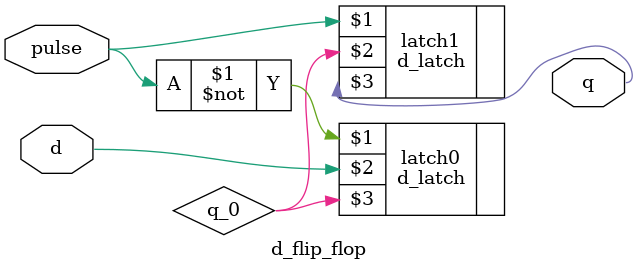
<source format=v>
module d_flip_flop (
    input pulse, d,
    output q
);
    wire q_0;
    d_latch latch0 (~pulse, d, q_0);
    d_latch latch1 (pulse, q_0, q);
endmodule
</source>
